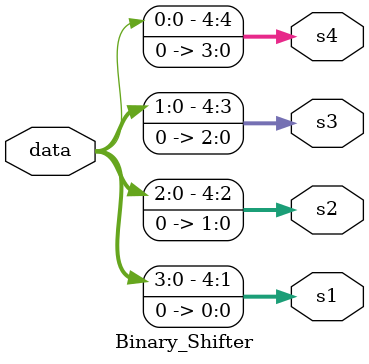
<source format=v>
`timescale 1ns / 1ps


module Binary_Shifter(s1, s2, s3, s4, data );
input [4:0] data;

output  [4:0] s1, s2, s3, s4;

// logic === lift shifter

   assign s1 = data << 1;
   assign s2 = data << 2;
   assign s3 = data << 3;
   assign s4 = data << 4;
   


endmodule

</source>
